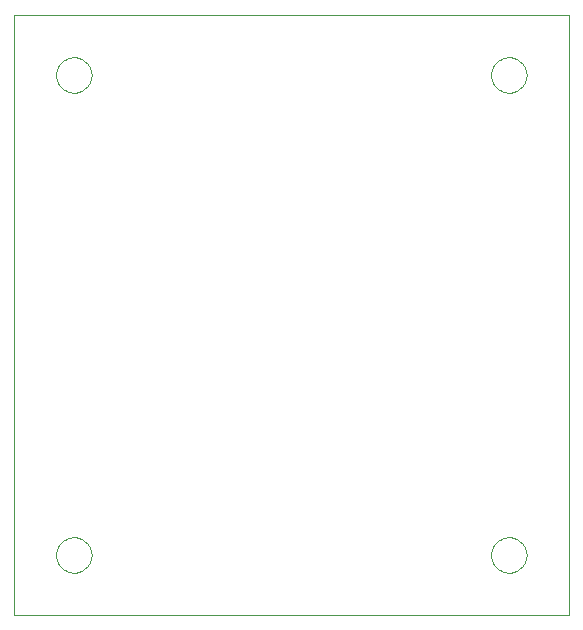
<source format=gm1>
G75*
G70*
%OFA0B0*%
%FSLAX24Y24*%
%IPPOS*%
%LPD*%
%AMOC8*
5,1,8,0,0,1.08239X$1,22.5*
%
%ADD10C,0.0000*%
D10*
X000101Y000262D02*
X000101Y020258D01*
X018601Y020262D01*
X018601Y000262D01*
X000101Y000262D01*
X001510Y002262D02*
X001512Y002310D01*
X001518Y002358D01*
X001528Y002405D01*
X001541Y002451D01*
X001559Y002496D01*
X001579Y002540D01*
X001604Y002582D01*
X001632Y002621D01*
X001662Y002658D01*
X001696Y002692D01*
X001733Y002724D01*
X001771Y002753D01*
X001812Y002778D01*
X001855Y002800D01*
X001900Y002818D01*
X001946Y002832D01*
X001993Y002843D01*
X002041Y002850D01*
X002089Y002853D01*
X002137Y002852D01*
X002185Y002847D01*
X002233Y002838D01*
X002279Y002826D01*
X002324Y002809D01*
X002368Y002789D01*
X002410Y002766D01*
X002450Y002739D01*
X002488Y002709D01*
X002523Y002676D01*
X002555Y002640D01*
X002585Y002602D01*
X002611Y002561D01*
X002633Y002518D01*
X002653Y002474D01*
X002668Y002429D01*
X002680Y002382D01*
X002688Y002334D01*
X002692Y002286D01*
X002692Y002238D01*
X002688Y002190D01*
X002680Y002142D01*
X002668Y002095D01*
X002653Y002050D01*
X002633Y002006D01*
X002611Y001963D01*
X002585Y001922D01*
X002555Y001884D01*
X002523Y001848D01*
X002488Y001815D01*
X002450Y001785D01*
X002410Y001758D01*
X002368Y001735D01*
X002324Y001715D01*
X002279Y001698D01*
X002233Y001686D01*
X002185Y001677D01*
X002137Y001672D01*
X002089Y001671D01*
X002041Y001674D01*
X001993Y001681D01*
X001946Y001692D01*
X001900Y001706D01*
X001855Y001724D01*
X001812Y001746D01*
X001771Y001771D01*
X001733Y001800D01*
X001696Y001832D01*
X001662Y001866D01*
X001632Y001903D01*
X001604Y001942D01*
X001579Y001984D01*
X001559Y002028D01*
X001541Y002073D01*
X001528Y002119D01*
X001518Y002166D01*
X001512Y002214D01*
X001510Y002262D01*
X001510Y018262D02*
X001512Y018310D01*
X001518Y018358D01*
X001528Y018405D01*
X001541Y018451D01*
X001559Y018496D01*
X001579Y018540D01*
X001604Y018582D01*
X001632Y018621D01*
X001662Y018658D01*
X001696Y018692D01*
X001733Y018724D01*
X001771Y018753D01*
X001812Y018778D01*
X001855Y018800D01*
X001900Y018818D01*
X001946Y018832D01*
X001993Y018843D01*
X002041Y018850D01*
X002089Y018853D01*
X002137Y018852D01*
X002185Y018847D01*
X002233Y018838D01*
X002279Y018826D01*
X002324Y018809D01*
X002368Y018789D01*
X002410Y018766D01*
X002450Y018739D01*
X002488Y018709D01*
X002523Y018676D01*
X002555Y018640D01*
X002585Y018602D01*
X002611Y018561D01*
X002633Y018518D01*
X002653Y018474D01*
X002668Y018429D01*
X002680Y018382D01*
X002688Y018334D01*
X002692Y018286D01*
X002692Y018238D01*
X002688Y018190D01*
X002680Y018142D01*
X002668Y018095D01*
X002653Y018050D01*
X002633Y018006D01*
X002611Y017963D01*
X002585Y017922D01*
X002555Y017884D01*
X002523Y017848D01*
X002488Y017815D01*
X002450Y017785D01*
X002410Y017758D01*
X002368Y017735D01*
X002324Y017715D01*
X002279Y017698D01*
X002233Y017686D01*
X002185Y017677D01*
X002137Y017672D01*
X002089Y017671D01*
X002041Y017674D01*
X001993Y017681D01*
X001946Y017692D01*
X001900Y017706D01*
X001855Y017724D01*
X001812Y017746D01*
X001771Y017771D01*
X001733Y017800D01*
X001696Y017832D01*
X001662Y017866D01*
X001632Y017903D01*
X001604Y017942D01*
X001579Y017984D01*
X001559Y018028D01*
X001541Y018073D01*
X001528Y018119D01*
X001518Y018166D01*
X001512Y018214D01*
X001510Y018262D01*
X016010Y018262D02*
X016012Y018310D01*
X016018Y018358D01*
X016028Y018405D01*
X016041Y018451D01*
X016059Y018496D01*
X016079Y018540D01*
X016104Y018582D01*
X016132Y018621D01*
X016162Y018658D01*
X016196Y018692D01*
X016233Y018724D01*
X016271Y018753D01*
X016312Y018778D01*
X016355Y018800D01*
X016400Y018818D01*
X016446Y018832D01*
X016493Y018843D01*
X016541Y018850D01*
X016589Y018853D01*
X016637Y018852D01*
X016685Y018847D01*
X016733Y018838D01*
X016779Y018826D01*
X016824Y018809D01*
X016868Y018789D01*
X016910Y018766D01*
X016950Y018739D01*
X016988Y018709D01*
X017023Y018676D01*
X017055Y018640D01*
X017085Y018602D01*
X017111Y018561D01*
X017133Y018518D01*
X017153Y018474D01*
X017168Y018429D01*
X017180Y018382D01*
X017188Y018334D01*
X017192Y018286D01*
X017192Y018238D01*
X017188Y018190D01*
X017180Y018142D01*
X017168Y018095D01*
X017153Y018050D01*
X017133Y018006D01*
X017111Y017963D01*
X017085Y017922D01*
X017055Y017884D01*
X017023Y017848D01*
X016988Y017815D01*
X016950Y017785D01*
X016910Y017758D01*
X016868Y017735D01*
X016824Y017715D01*
X016779Y017698D01*
X016733Y017686D01*
X016685Y017677D01*
X016637Y017672D01*
X016589Y017671D01*
X016541Y017674D01*
X016493Y017681D01*
X016446Y017692D01*
X016400Y017706D01*
X016355Y017724D01*
X016312Y017746D01*
X016271Y017771D01*
X016233Y017800D01*
X016196Y017832D01*
X016162Y017866D01*
X016132Y017903D01*
X016104Y017942D01*
X016079Y017984D01*
X016059Y018028D01*
X016041Y018073D01*
X016028Y018119D01*
X016018Y018166D01*
X016012Y018214D01*
X016010Y018262D01*
X016010Y002262D02*
X016012Y002310D01*
X016018Y002358D01*
X016028Y002405D01*
X016041Y002451D01*
X016059Y002496D01*
X016079Y002540D01*
X016104Y002582D01*
X016132Y002621D01*
X016162Y002658D01*
X016196Y002692D01*
X016233Y002724D01*
X016271Y002753D01*
X016312Y002778D01*
X016355Y002800D01*
X016400Y002818D01*
X016446Y002832D01*
X016493Y002843D01*
X016541Y002850D01*
X016589Y002853D01*
X016637Y002852D01*
X016685Y002847D01*
X016733Y002838D01*
X016779Y002826D01*
X016824Y002809D01*
X016868Y002789D01*
X016910Y002766D01*
X016950Y002739D01*
X016988Y002709D01*
X017023Y002676D01*
X017055Y002640D01*
X017085Y002602D01*
X017111Y002561D01*
X017133Y002518D01*
X017153Y002474D01*
X017168Y002429D01*
X017180Y002382D01*
X017188Y002334D01*
X017192Y002286D01*
X017192Y002238D01*
X017188Y002190D01*
X017180Y002142D01*
X017168Y002095D01*
X017153Y002050D01*
X017133Y002006D01*
X017111Y001963D01*
X017085Y001922D01*
X017055Y001884D01*
X017023Y001848D01*
X016988Y001815D01*
X016950Y001785D01*
X016910Y001758D01*
X016868Y001735D01*
X016824Y001715D01*
X016779Y001698D01*
X016733Y001686D01*
X016685Y001677D01*
X016637Y001672D01*
X016589Y001671D01*
X016541Y001674D01*
X016493Y001681D01*
X016446Y001692D01*
X016400Y001706D01*
X016355Y001724D01*
X016312Y001746D01*
X016271Y001771D01*
X016233Y001800D01*
X016196Y001832D01*
X016162Y001866D01*
X016132Y001903D01*
X016104Y001942D01*
X016079Y001984D01*
X016059Y002028D01*
X016041Y002073D01*
X016028Y002119D01*
X016018Y002166D01*
X016012Y002214D01*
X016010Y002262D01*
M02*

</source>
